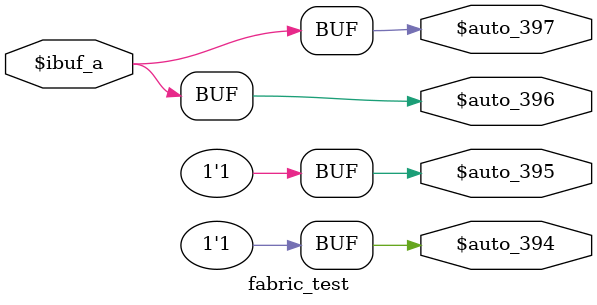
<source format=v>
/* Generated by Yosys 0.38 (git sha1 6c475f1f1, gcc 11.2.1 -fPIC -Os) */

module fabric_test(\$auto_394 , \$auto_395 , \$auto_396 , \$auto_397 , \$ibuf_a );
  output \$auto_394 ;
  output \$auto_395 ;
  output \$auto_396 ;
  output \$auto_397 ;
  input \$ibuf_a ;
  wire \$auto_394 ;
  wire \$auto_395 ;
  wire \$auto_396 ;
  wire \$auto_397 ;
  (* src = "/nfs_scratch/scratch/CompilerValidation/zaheer_ahmad/os_fpga2/Validation/RTL_testcases/RTL_Benchmarks_Gap_Analysis/sudoku_check/test.v:3.16-3.17" *)
  (* src = "/nfs_scratch/scratch/CompilerValidation/zaheer_ahmad/os_fpga2/Validation/RTL_testcases/RTL_Benchmarks_Gap_Analysis/sudoku_check/test.v:3.16-3.17" *)
  wire \$ibuf_a ;
  assign \$auto_395  = 1'h1;
  assign \$auto_394  = 1'h1;
  assign \$auto_397  = \$ibuf_a ;
  assign \$auto_396  = \$ibuf_a ;
endmodule

</source>
